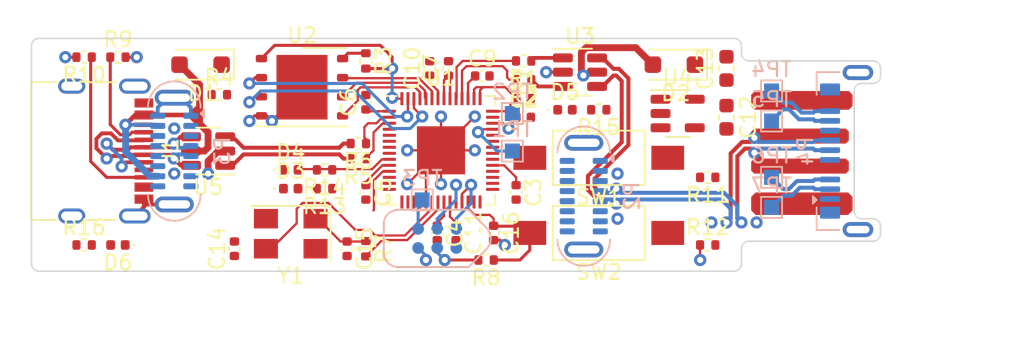
<source format=kicad_pcb>
(kicad_pcb (version 20221018) (generator pcbnew)
  (title_block (comment 2 "USB traces diff pair 90 Ohm: 10.49mil trace, 7.0mil space") (comment 3 "To be made on JLC04161H-7628 - 4 layers, 8.28mil L1/L2 and L3/L4 thickness"))
  (layers (0 "F.Cu" signal) (1 "In1.Cu" signal) (2 "In2.Cu" signal) (31 "B.Cu" signal) (34 "B.Paste" user) (35 "F.Paste" user) (36 "B.SilkS" user "B.Silkscreen") (37 "F.SilkS" user "F.Silkscreen") (38 "B.Mask" user) (39 "F.Mask" user) (44 "Edge.Cuts" user))
  (net 0 "")
  (net 1 "+3V3")
  (net 2 "GND")
  (net 3 "VDD")
  (net 4 "/U1_XIN")
  (net 5 "/U1_XOUT_R")
  (net 6 "VBUS")
  (net 7 "/VBUS1")
  (net 8 "/VBUS0")
  (net 9 "/J1_CC1")
  (net 10 "/USB0_R_P")
  (net 11 "/USB0_R_N")
  (net 14 "/USB1_P")
  (net 15 "/USB1_N")
  (net 17 "/USB0_SSTX1_P")
  (net 18 "/USB0_SSTX1_N")
  (net 19 "/USB1_R_P")
  (net 20 "/USB1_R_N")
  (net 21 "/USB0_SSRX1_P")
  (net 22 "/USB0_P")
  (net 23 "/USB0_N")
  (net 24 "/U1_EEPROM_SS_L")
  (net 25 "/U1_BOOT")
  (net 27 "/J2_CC2")
  (net 28 "/U1_XOUT")
  (net 30 "/SWD_CLK")
  (net 31 "/SWD")
  (net 32 "/USB0_SSRX1_N")
  (net 45 "/U1_RUN")
  (net 57 "/SWD_RST")
  (net 58 "/SWD_OUT")
  (net 60 "/U1_EEPROM_SD3")
  (net 61 "/U1_EEPROM_SCLK")
  (net 62 "/U1_EEPROM_SD0")
  (net 63 "Net-(U1-QSPI_SD2)")
  (net 64 "/U1_EEPROM_SD1")
  (net 65 "Net-(P2-CC)")
  (net 66 "/P4_CC")
  (net 67 "/ADC1")
  (net 68 "/ADC2")
  (net 74 "Net-(D3-A)")
  (net 75 "Net-(D4-A)")
  (net 76 "/LED_GPIO8")
  (net 77 "/LED_GPIO7")
  (net 78 "Net-(D5-A)")
  (net 79 "Net-(D6-A)")
  (net 80 "/USB1_D_N")
  (net 81 "/USB1_D_P")
  (net 82 "/USB0_D_N")
  (net 83 "/USB0_D_P")
  (footprint "Diode_SMD:D_SOD-123F" (layer "F.Cu") (at 135.5 101.75 180)
    (fp_text reference "D1")
    (fp_text value "RF071M2STR")
  )
  (footprint "LED_SMD:LED_0402_1005Metric" (layer "F.Cu") (at 159.75 104.75)
    (fp_text reference "D5")
    (fp_text value "Green")
  )
  (footprint "Crystal:Crystal_SMD_5032-4Pin_5.0x3.2mm" (layer "F.Cu") (at 141.5 113 180)
    (fp_text reference "Y1")
    (fp_text value "12MHz")
  )
  (footprint "Package_DFN_QFN:QFN-56-1EP_7x7mm_P0.4mm_EP3.2x3.2mm" (layer "F.Cu") (at 151.5 107.45)
    (fp_text reference "U1")
    (fp_text value "RP2040")
  )
  (footprint "Resistor_SMD:R_0402_1005Metric" (layer "F.Cu") (at 157 101.5 180)
    (fp_text reference "R1")
    (fp_text value "27")
  )
  (footprint "LED_SMD:LED_0402_1005Metric" (layer "F.Cu") (at 141.5 110)
    (fp_text reference "D3")
    (fp_text value "Orange")
  )
  (footprint "Resistor_SMD:R_0402_1005Metric" (layer "F.Cu") (at 143.75 108.75 180)
    (fp_text reference "R14")
    (fp_text value "5.1k")
  )
  (footprint "Capacitor_SMD:C_0402_1005Metric" (layer "F.Cu") (at 145.25 114 -90)
    (fp_text reference "C15")
    (fp_text value "16pF")
  )
  (footprint "Resistor_SMD:R_0402_1005Metric" (layer "F.Cu") (at 154.5 114.75 180)
    (fp_text reference "R8")
    (fp_text value "1k")
  )
  (footprint "Resistor_SMD:R_0402_1005Metric" (layer "F.Cu") (at 169.25 113.75)
    (fp_text reference "R12")
    (fp_text value "5.1k")
  )
  (footprint "Resistor_SMD:R_0402_1005Metric" (layer "F.Cu") (at 127.75 101.25 180)
    (fp_text reference "R10")
    (fp_text value "5.1k")
  )
  (footprint "Resistor_SMD:R_0402_1005Metric" (layer "F.Cu") (at 169.25 109.25 180)
    (fp_text reference "R11")
    (fp_text value "5.1k")
  )
  (footprint "Capacitor_SMD:C_0402_1005Metric" (layer "F.Cu") (at 137.75 114 90)
    (fp_text reference "C14")
    (fp_text value "16pF")
  )
  (footprint "Capacitor_SMD:C_0402_1005Metric" (layer "F.Cu") (at 157 104)
    (fp_text reference "C1")
    (fp_text value "1uF")
  )
  (footprint "Connector_USB:USB_C_Receptacle_G-Switch_GT-USB-7010ASV" (layer "F.Cu") (at 128 107.5 -90)
    (fp_text reference "J1")
    (fp_text value "USB_C_Receptacle_USB2.0")
  )
  (footprint "Resistor_SMD:R_0402_1005Metric" (layer "F.Cu") (at 146.5 101.5 -90)
    (fp_text reference "R3")
    (fp_text value "1k")
  )
  (footprint "Capacitor_SMD:C_0402_1005Metric" (layer "F.Cu") (at 157 105.25)
    (fp_text reference "C2")
    (fp_text value "0.1uF")
  )
  (footprint "Resistor_SMD:R_0402_1005Metric" (layer "F.Cu") (at 162 104.75 180)
    (fp_text reference "R15")
    (fp_text value "5.1k")
  )
  (footprint "Button_Switch_SMD:SW_SPST_FSMSM" (layer "F.Cu") (at 162 112.95 180)
    (fp_text reference "SW2")
    (fp_text value "RST")
  )
  (footprint "Capacitor_SMD:C_0402_1005Metric" (layer "F.Cu") (at 146.5 110.25 -90)
    (fp_text reference "C5")
    (fp_text value "0.1uF")
  )
  (footprint "Capacitor_SMD:C_0402_1005Metric" (layer "F.Cu") (at 155 112.95 -90)
    (fp_text reference "C16")
    (fp_text value "0.1uF")
  )
  (footprint "Capacitor_SMD:C_0402_1005Metric" (layer "F.Cu") (at 156.5 110.25 -90)
    (fp_text reference "C3")
    (fp_text value "0.1uF")
  )
  (footprint "Resistor_SMD:R_0402_1005Metric" (layer "F.Cu") (at 146.5 114 -90)
    (fp_text reference "R7")
    (fp_text value "7.2k")
  )
  (footprint "Resistor_SMD:R_0402_1005Metric" (layer "F.Cu") (at 130 101.25)
    (fp_text reference "R9")
    (fp_text value "5.1k")
  )
  (footprint "Capacitor_SMD:C_0402_1005Metric" (layer "F.Cu") (at 154.25 102.5)
    (fp_text reference "C9")
    (fp_text value "1uF")
  )
  (footprint "Package_TO_SOT_SMD:SOT-23-6" (layer "F.Cu") (at 160.75 102.25)
    (fp_text reference "U3")
    (fp_text value "WE-TVS-82400102")
  )
  (footprint "Package_TO_SOT_SMD:SOT-23-5" (layer "F.Cu") (at 167.25 105)
    (fp_text reference "U4")
    (fp_text value "AP7366-33W5-7")
  )
  (footprint "Package_SON:WSON-8-1EP_6x5mm_P1.27mm_EP3.4x4.3mm" (layer "F.Cu") (at 142.25 103.25)
    (fp_text reference "U2")
    (fp_text value "W25Q128JVPIQ")
  )
  (footprint "Resistor_SMD:R_0402_1005Metric" (layer "F.Cu") (at 136.75 103.75)
    (fp_text reference "R4")
    (fp_text value "10k")
  )
  (footprint "uart-friend2-usb-special:USB_A_Plug_PCB_Shorter_Pads" (layer "F.Cu") (at 175.69188 107.50242 180)
    (fp_text reference "P1" hide)
    (fp_text value "USB_A_Plug_PCB" hide)
  )
  (footprint "Capacitor_SMD:C_0603_1608Metric" (layer "F.Cu") (at 170.5 105.25 -90)
    (fp_text reference "C12")
    (fp_text value "2.2uF")
  )
  (footprint "LED_SMD:LED_0402_1005Metric" (layer "F.Cu") (at 130 113.75 180)
    (fp_text reference "D6")
    (fp_text value "Green")
  )
  (footprint "Resistor_SMD:R_0402_1005Metric" (layer "F.Cu") (at 157 102.75 180)
    (fp_text reference "R2")
    (fp_text value "27")
  )
  (footprint "Resistor_SMD:R_0402_1005Metric" (layer "F.Cu") (at 143.75 110 180)
    (fp_text reference "R13")
    (fp_text value "5.1k")
  )
  (footprint "Button_Switch_SMD:SW_SPST_FSMSM" (layer "F.Cu") (at 162 107.95 180)
    (fp_text reference "SW1")
    (fp_text value "BOOT")
  )
  (footprint "Package_TO_SOT_SMD:SOT-23-6" (layer "F.Cu") (at 136 107.5 180)
    (fp_text reference "U5")
    (fp_text value "WE-TVS-82400102")
  )
  (footprint "Capacitor_SMD:C_0402_1005Metric" (layer "F.Cu") (at 151.25 112.95 -90)
    (fp_text reference "C4")
    (fp_text value "0.1uF")
  )
  (footprint "Capacitor_SMD:C_0402_1005Metric" (layer "F.Cu") (at 152 102 90)
    (fp_text reference "C7")
    (fp_text value "0.1uF")
  )
  (footprint "Capacitor_SMD:C_0402_1005Metric" (layer "F.Cu") (at 150.75 102 90)
    (fp_text reference "C10")
    (fp_text value "0.1uF")
  )
  (footprint "LED_SMD:LED_0402_1005Metric" (layer "F.Cu") (at 141.5 108.75)
    (fp_text reference "D4")
    (fp_text value "Orange")
  )
  (footprint "Resistor_SMD:R_0402_1005Metric" (layer "F.Cu") (at 146 107 180)
    (fp_text reference "R6")
    (fp_text value "22")
  )
  (footprint "Capacitor_SMD:C_0603_1608Metric" (layer "F.Cu") (at 170.5 102 90)
    (fp_text reference "C13")
    (fp_text value "2.2uF")
  )
  (footprint "Capacitor_SMD:C_0402_1005Metric" (layer "F.Cu") (at 152.5 112.95 -90)
    (fp_text reference "C11")
    (fp_text value "0.1uF")
  )
  (footprint "Diode_SMD:D_SOD-123F" (layer "F.Cu") (at 167 101.75 180)
    (fp_text reference "D2")
    (fp_text value "RF071M2STR")
  )
  (footprint "Resistor_SMD:R_0402_1005Metric" (layer "F.Cu") (at 127.75 113.75)
    (fp_text reference "R16")
    (fp_text value "5.1k")
  )
  (footprint "Resistor_SMD:R_0402_1005Metric" (layer "F.Cu") (at 146 108 180)
    (fp_text reference "R5")
    (fp_text value "22")
  )
  (footprint "Capacitor_SMD:C_0402_1005Metric" (layer "F.Cu") (at 146.5 104.25 90)
    (fp_text reference "C6")
    (fp_text value "0.1uF")
  )
  (footprint "TestPoint:TestPoint_Pad_1.0x1.0mm" (layer "B.Cu") (at 173.5 109.25 180)
    (fp_text reference "TP6")
    (fp_text value "TestPoint")
  )
  (footprint "TestPoint:TestPoint_Pad_1.0x1.0mm" (layer "B.Cu") (at 173.5 103.5 180)
    (fp_text reference "TP4")
    (fp_text value "TestPoint")
  )
  (footprint "uart-friend2-usb-special:USB_C_Plug_YIYUAN_YTC-TC16S-128_16P_Vertical" (layer "B.Cu") (at 161 110.5 90)
    (fp_text reference "P2")
    (fp_text value "USB_C_Plug_USB2.0_16P")
  )
  (footprint "TestPoint:TestPoint_Pad_1.0x1.0mm" (layer "B.Cu") (at 156.25 107.5 180)
    (fp_text reference "TP1")
    (fp_text value "TestPoint")
  )
  (footprint "TestPoint:TestPoint_Pad_1.0x1.0mm" (layer "B.Cu") (at 173.5 111.25 180)
    (fp_text reference "TP7")
    (fp_text value "TestPoint")
  )
  (footprint "uart-friend2-usb-special:USB_C_Plug_YIYUAN_YTC-TC16S-128_16P_Vertical" (layer "B.Cu") (at 133.75 107.5 90)
    (fp_text reference "P3")
    (fp_text value "USB_C_Plug_USB2.0_16P")
  )
  (footprint "TestPoint:TestPoint_Pad_1.0x1.0mm" (layer "B.Cu") (at 150.25 110.75 180)
    (fp_text reference "TP3")
    (fp_text value "TestPoint")
  )
  (footprint "TestPoint:TestPoint_Pad_1.0x1.0mm" (layer "B.Cu") (at 156.25 105 180)
    (fp_text reference "TP2")
    (fp_text value "TestPoint")
  )
  (footprint "uart-friend2-usb-special:TC2030-NL_SMALL" (layer "B.Cu") (at 151.25 113.315 180)
    (fp_text reference "J2" hide)
    (fp_text value "Conn_02x03_Odd_Even" hide)
  )
  (footprint "TestPoint:TestPoint_Pad_1.0x1.0mm" (layer "B.Cu") (at 173.5 105.5 180)
    (fp_text reference "TP5")
    (fp_text value "TestPoint")
  )
  (footprint "uart-friend2-usb-special:USB_C_Plug_G-Switch_GT-USB-8016A_9P_TopMnt_Horizontal" (layer "B.Cu") (at 179.25 107.5 -90)
    (fp_text reference "P4")
    (fp_text value "USB_C_Plug_USB3.0_9P")
  )
  (gr_arc (start 124.25 100.5) (mid 124.396447 100.146447) (end 124.75 100) (stroke (width 0.1)) (layer "Edge.Cuts"))
  (gr_line (start 180.25 101.5) (end 172 101.5) (stroke (width 0.1)) (layer "Edge.Cuts"))
  (gr_line (start 179.5 112) (end 180.25 112) (stroke (width 0.1)) (layer "Edge.Cuts"))
  (gr_line (start 171 115.5) (end 124.75 115.5) (stroke (width 0.1)) (layer "Edge.Cuts"))
  (gr_line (start 171.5 100.5) (end 171.5 101) (stroke (width 0.1)) (layer "Edge.Cuts"))
  (gr_line (start 124.75 100) (end 171 100) (stroke (width 0.1)) (layer "Edge.Cuts"))
  (gr_arc (start 180.75 113) (mid 180.603553 113.353553) (end 180.25 113.5) (stroke (width 0.1)) (layer "Edge.Cuts"))
  (gr_line (start 124.25 115) (end 124.25 100.5) (stroke (width 0.1)) (layer "Edge.Cuts"))
  (gr_arc (start 179 103.5) (mid 179.146447 103.146447) (end 179.5 103) (stroke (width 0.1)) (layer "Edge.Cuts"))
  (gr_arc (start 171 100) (mid 171.353553 100.146447) (end 171.5 100.5) (stroke (width 0.1)) (layer "Edge.Cuts"))
  (gr_line (start 179 103.5) (end 179 111.5) (stroke (width 0.1)) (layer "Edge.Cuts"))
  (gr_arc (start 172 101.5) (mid 171.646447 101.353553) (end 171.5 101) (stroke (width 0.1)) (layer "Edge.Cuts"))
  (gr_line (start 180.75 112.5) (end 180.75 113) (stroke (width 0.1)) (layer "Edge.Cuts"))
  (gr_arc (start 179.5 112) (mid 179.146447 111.853553) (end 179 111.5) (stroke (width 0.1)) (layer "Edge.Cuts"))
  (gr_line (start 179.5 103) (end 180.25 103) (stroke (width 0.1)) (layer "Edge.Cuts"))
  (gr_line (start 180.25 113.5) (end 172 113.5) (stroke (width 0.1)) (layer "Edge.Cuts"))
  (gr_arc (start 124.75 115.5) (mid 124.396447 115.353553) (end 124.25 115) (stroke (width 0.1)) (layer "Edge.Cuts"))
  (gr_arc (start 180.25 101.5) (mid 180.603553 101.646447) (end 180.75 102) (stroke (width 0.1)) (layer "Edge.Cuts"))
  (gr_arc (start 180.25 112) (mid 180.603553 112.146447) (end 180.75 112.5) (stroke (width 0.1)) (layer "Edge.Cuts"))
  (gr_arc (start 171.5 115) (mid 171.353553 115.353553) (end 171 115.5) (stroke (width 0.1)) (layer "Edge.Cuts"))
  (gr_arc (start 171.5 114) (mid 171.646447 113.646447) (end 172 113.5) (stroke (width 0.1)) (layer "Edge.Cuts"))
  (gr_line (start 180.75 102.5) (end 180.75 102) (stroke (width 0.1)) (layer "Edge.Cuts"))
  (gr_line (start 171.5 115) (end 171.5 114) (stroke (width 0.1)) (layer "Edge.Cuts"))
  (gr_arc (start 180.75 102.5) (mid 180.603553 102.853553) (end 180.25 103) (stroke (width 0.1)) (layer "Edge.Cuts"))
  (segment (start 154.1 104.0125) (end 154.1 103.45) (width 0.1524) (layer "F.Cu") (net 1))
  (segment (start 151.7 102.78) (end 152 102.48) (width 0.1524) (layer "F.Cu") (net 1))
  (segment (start 153.7 104.0125) (end 153.7 103.4) (width 0.1524) (layer "F.Cu") (net 1))
  (segment (start 147.60136 108.45) (end 146.5 109.55136) (width 0.1524) (layer "F.Cu") (net 1))
  (segment (start 156.12 104.85) (end 156.12 104.4) (width 0.1524) (layer "F.Cu") (net 1))
  (segment (start 148.0625 104.85) (end 146.62 104.85) (width 0.1524) (layer "F.Cu") (net 1))
  (segment (start 151.7 111.82) (end 151.25 112.27) (width 0.1524) (layer "F.Cu") (net 1))
  (segment (start 156.12 104.85) (end 156.52 105.25) (width 0.1524) (layer "F.Cu") (net 1))
  (segment (start 146.5 109.55136) (end 146.5 109.77) (width 0.1524) (layer "F.Cu") (net 1))
  (segment (start 154.9375 104.85) (end 156.12 104.85) (width 0.1524) (layer "F.Cu") (net 1))
  (segment (start 154.35 103.25) (end 155.77 103.25) (width 0.1524) (layer "F.Cu") (net 1))
  (segment (start 155.7 108.45) (end 156.5 109.25) (width 0.1524) (layer "F.Cu") (net 1))
  (segment (start 152.1 104.0125) (end 152.1 102.58) (width 0.1524) (layer "F.Cu") (net 1))
  (segment (start 154.1 103.45) (end 154.3 103.25) (width 0.1524) (layer "F.Cu") (net 1))
  (segment (start 145.305 100.99) (end 144.95 101.345) (width 0.2032) (layer "F.Cu") (net 1))
  (segment (start 154.3 103.25) (end 154.35 103.25) (width 0.1524) (layer "F.Cu") (net 1))
  (segment (start 152.1 102.58) (end 152 102.48) (width 0.1524) (layer "F.Cu") (net 1))
  (segment (start 153.85 103.25) (end 154.35 103.25) (width 0.1524) (layer "F.Cu") (net 1))
  (segment (start 156.5 109.25) (end 156.5 109.77) (width 0.1524) (layer "F.Cu") (net 1))
  (segment (start 151.7 110.8875) (end 151.7 111.82) (width 0.1524) (layer "F.Cu") (net 1))
  (segment (start 153.7 103.4) (end 153.85 103.25) (width 0.1524) (layer "F.Cu") (net 1))
  (segment (start 151.7 104.0125) (end 151.7 102.78) (width 0.1524) (layer "F.Cu") (net 1))
  (segment (start 148.0625 108.45) (end 147.60136 108.45) (width 0.1524) (layer "F.Cu") (net 1))
  (segment (start 146.62 104.85) (end 146.5 104.73) (width 0.1524) (layer "F.Cu") (net 1))
  (segment (start 146.5 100.99) (end 145.305 100.99) (width 0.2032) (layer "F.Cu") (net 1))
  (segment (start 155.77 103.25) (end 156.52 104) (width 0.1524) (layer "F.Cu") (net 1))
  (segment (start 154.9375 108.45) (end 155.7 108.45) (width 0.1524) (layer "F.Cu") (net 1))
  (segment (start 156.12 104.4) (end 156.52 104) (width 0.1524) (layer "F.Cu") (net 1))
  (segment (start 133.75 111.05) (end 132.075 111.05) (width 0.254) (layer "F.Cu") (net 2))
  (segment (start 131.895 111.05) (end 131.725 111.22) (width 0.254) (layer "F.Cu") (net 2))
  (segment (start 150.5 110.8875) (end 150.5 108.45) (width 0.1524) (layer "F.Cu") (net 2))
  (segment (start 140.75 105) (end 140.25 105.5) (width 0.2032) (layer "F.Cu") (net 2))
  (segment (start 142.25 103.25) (end 140.75 104.75) (width 0.2032) (layer "F.Cu") (net 2))
  (segment (start 150.5 108.45) (end 151.5 107.45) (width 0.1524) (layer "F.Cu") (net 2))
  (segment (start 151.5 107.45) (end 149.25 109.7) (width 0.1524) (layer "F.Cu") (net 2))
  (segment (start 137.1375 107.5) (end 136.674053 107.5) (width 0.4572) (layer "F.Cu") (net 2))
  (segment (start 127.24 101.25) (end 126.5 101.25) (width 0.2032) (layer "F.Cu") (net 2))
  (segment (start 139.905 105.155) (end 140.25 105.5) (width 0.2032) (layer "F.Cu") (net 2))
  (segment (start 155.43 113.43) (end 155.75 113.75) (width 0.2032) (layer "F.Cu") (net 2))
  (segment (start 133.75 111.05) (end 131.895 111.05) (width 0.254) (layer "F.Cu") (net 2))
  (segment (start 151.5 107.45) (end 151.5 105.2) (width 0.1524) (layer "F.Cu") (net 2))
  (segment (start 136.674053 107.5) (end 136 108.174053) (width 0.4572) (layer "F.Cu") (net 2))
  (segment (start 139.55 105.155) (end 139.095 105.155) (width 0.2032) (layer "F.Cu") (net 2))
  (segment (start 159.6125 102.25) (end 158.5 102.25) (width 0.2032) (layer "F.Cu") (net 2))
  (segment (start 131.725 111.22) (end 131.125 111.82) (width 0.254) (layer "F.Cu") (net 2))
  (segment (start 155 113.43) (end 155.43 113.43) (width 0.2032) (layer "F.Cu") (net 2))
  (segment (start 151.5 107.45) (end 153.75 105.2) (width 0.1524) (layer "F.Cu") (net 2))
  (segment (start 132.075 103.2) (end 131.725 103.55) (width 0.254) (layer "F.Cu") (net 2))
  (segment (start 131.725 110.7) (end 131.725 111.22) (width 0.254) (layer "F.Cu") (net 2))
  (segment (start 140.75 104.75) (end 140.75 105) (width 0.2032) (layer "F.Cu") (net 2))
  (segment (start 139.55 105.155) (end 139.905 105.155) (width 0.2032) (layer "F.Cu") (net 2))
  (segment (start 130.51 101.25) (end 131.25 101.25) (width 0.2032) (layer "F.Cu") (net 2))
  (segment (start 151.5 107.45) (end 149.25 107.45) (width 0.1524) (layer "F.Cu") (net 2))
  (segment (start 140.25 105.5) (end 140.25 105.25) (width 0.2032) (layer "F.Cu") (net 2))
  (segment (start 151.5 107.45) (end 153.75 107.45) (width 0.1524) (layer "F.Cu") (net 2))
  (segment (start 132.075 111.05) (end 131.725 110.7) (width 0.254) (layer "F.Cu") (net 2))
  (segment (start 131.895 103.2) (end 131.725 103.03) (width 0.254) (layer "F.Cu") (net 2))
  (segment (start 131.725 103.55) (end 131.725 103.03) (width 0.254) (layer "F.Cu") (net 2))
  (segment (start 136 108.174053) (end 136 109) (width 0.4572) (layer "F.Cu") (net 2))
  (segment (start 139.095 105.155) (end 138.75 105.5) (width 0.2032) (layer "F.Cu") (net 2))
  (segment (start 151.5 107.45) (end 151.5 109.7) (width 0.1524) (layer "F.Cu") (net 2))
  (segment (start 168.74 113.75) (end 168.74 114.74) (width 0.1524) (layer "F.Cu") (net 2))
  (segment (start 168.74 114.74) (end 168.75 114.75) (width 0.1524) (layer "F.Cu") (net 2))
  (via (at 133.75 106) (size 0.8128) (drill 0.4064) (layers "F.Cu" "B.Cu") (net 2))
  (via (at 168.75 114.75) (size 0.8128) (drill 0.4064) (layers "F.Cu" "B.Cu") (net 2))
  (via (at 155.75 113.75) (size 0.8128) (drill 0.4064) (layers "F.Cu" "B.Cu") (net 2))
  (via (at 151.5 109.7) (size 0.8128) (drill 0.4064) (layers "F.Cu" "B.Cu") (net 2))
  (via (at 158.5 102.25) (size 0.8128) (drill 0.4064) (layers "F.Cu" "B.Cu") (net 2))
  (via (at 169.5 112.25) (size 0.8128) (drill 0.4064) (layers "F.Cu" "B.Cu") (net 2))
  (via (at 149.25 107.45) (size 0.8128) (drill 0.4064) (layers "F.Cu" "B.Cu") (net 2))
  (via (at 140.25 105.5) (size 0.8128) (drill 0.4064) (layers "F.Cu" "B.Cu") (net 2))
  (via (at 131.25 101.25) (size 0.8128) (drill 0.4064) (layers "F.Cu" "B.Cu") (net 2))
  (via (at 153.75 105.2) (size 0.8128) (drill 0.4064) (layers "F.Cu" "B.Cu") (net 2))
  (via (at 136 109) (size 0.8128) (drill 0.4064) (layers "F.Cu" "B.Cu") (net 2))
  (via (at 150.5 114.75) (size 0.8128) (drill 0.4064) (layers "F.Cu" "B.Cu") (net 2))
  (via (at 138.75 105.5) (size 0.8128) (drill 0.4064) (layers "F.Cu" "B.Cu") (net 2))
  (via (at 153.75 107.45) (size 0.8128) (drill 0.4064) (layers "F.Cu" "B.Cu") (net 2))
  (via (at 163.25 109) (size 0.8128) (drill 0.4064) (layers "F.Cu" "B.Cu") (net 2))
  (via (at 172.5 112.25) (size 0.8128) (drill 0.4064) (layers "F.Cu" "B.Cu") (net 2))
  (via (at 149.25 109.7) (size 0.8128) (drill 0.4064) (layers "F.Cu" "B.Cu") (net 2))
  (via (at 151.5 105.2) (size 0.8128) (drill 0.4064) (layers "F.Cu" "B.Cu") (net 2))
  (via (at 126.5 101.25) (size 0.8128) (drill 0.4064) (layers "F.Cu" "B.Cu") (net 2))
  (via (at 163.25 112) (size 0.8128) (drill 0.4064) (layers "F.Cu" "B.Cu") (net 2))
  (via (at 133.75 109) (size 0.8128) (drill 0.4064) (layers "F.Cu" "B.Cu") (net 2))
  (segment (start 133.75 103.95) (end 133.3 103.95) (width 0.254) (layer "B.Cu") (net 2))
  (segment (start 150.5 114.75) (end 150.5 114.47) (width 0.2032) (layer "B.Cu") (net 2))
  (segment (start 133.3 103.95) (end 132.65 104.6) (width 0.254) (layer "B.Cu") (net 2))
  (segment (start 134.2 103.95) (end 134.85 104.6) (width 0.254) (layer "B.Cu") (net 2))
  (segment (start 134.85 104.6) (end 134.85 105.155) (width 0.254) (layer "B.Cu") (net 2))
  (segment (start 150.5 114.47) (end 149.98 113.95) (width 0.2032) (layer "B.Cu") (net 2))
  (segment (start 132.65 104.6) (end 132.65 105.155) (width 0.254) (layer "B.Cu") (net 2))
  (segment (start 133.75 103.95) (end 134.2 103.95) (width 0.254) (layer "B.Cu") (net 2))
  (segment (start 153.3 102.97) (end 153.77 102.5) (width 0.1524) (layer "F.Cu") (net 3))
  (segment (start 152.1 110.8875) (end 152.1 111.87) (width 0.1524) (layer "F.Cu") (net 3))
  (segment (start 153.3 104.0125) (end 153.3 102.97) (width 0.1524) (layer "F.Cu") (net 3))
  (segment (start 150.75 102.93855) (end 150.75 102.48) (width 0.1524) (layer "F.Cu") (net 3))
  (segment (start 151.3 103.48855) (end 150.75 102.93855) (width 0.1524) (layer "F.Cu") (net 3))
  (segment (start 151.3 104.0125) (end 151.3 103.48855) (width 0.1524) (layer "F.Cu") (net 3))
  (segment (start 152.1 111.87) (end 152.5 112.27) (width 0.1524) (layer "F.Cu") (net 3))
  (segment (start 150.9 111.319) (end 149.10104 113.11796) (width 0.1524) (layer "F.Cu") (net 4))
  (segment (start 145.8 112.75) (end 144 110.95) (width 0.1524) (layer "F.Cu") (net 4))
  (segment (start 141.8964 112.3036) (end 140.2 114) (width 0.1524) (layer "F.Cu") (net 4))
  (segment (start 147.11796 113.11796) (end 146.75 112.75) (width 0.1524) (layer "F.Cu") (net 4))
  (segment (start 146.75 112.75) (end 145.8 112.75) (width 0.1524) (layer "F.Cu") (net 4))
  (segment (start 140.2 114) (end 139.85 114) (width 0.1524) (layer "F.Cu") (net 4))
  (segment (start 150.9 110.8875) (end 150.9 111.319) (width 0.1524) (layer "F.Cu") (net 4))
  (segment (start 141.8964 111.3464) (end 141.8964 112.3036) (width 0.1524) (layer "F.Cu") (net 4))
  (segment (start 144 110.95) (end 142.2928 110.95) (width 0.1524) (layer "F.Cu") (net 4))
  (segment (start 142.2928 110.95) (end 141.8964 111.3464) (width 0.1524) (layer "F.Cu") (net 4))
  (segment (start 149.10104 113.11796) (end 147.11796 113.11796) (width 0.1524) (layer "F.Cu") (net 4))
  (segment (start 143.15 112) (end 143.3 112) (width 0.1524) (layer "F.Cu") (net 5))
  (segment (start 145.25 113.52) (end 146.47 113.52) (width 0.1524) (layer "F.Cu") (net 5))
  (segment (start 146.47 113.52) (end 146.5 113.49) (width 0.1524) (layer "F.Cu") (net 5))
  (segment (start 144.82 113.52) (end 145.25 113.52) (width 0.1524) (layer "F.Cu") (net 5))
  (segment (start 143.3 112) (end 144.82 113.52) (width 0.1524) (layer "F.Cu") (net 5))
  (segment (start 135.5 105.75) (end 135.125 105.375) (width 0.4572) (layer "F.Cu") (net 7))
  (segment (start 134.8625 107.5) (end 135.75 107.5) (width 0.4572) (layer "F.Cu") (net 7))
  (segment (start 136 107.25) (end 136 106.25) (width 0.4572) (layer "F.Cu") (net 7))
  (segment (start 135.431 103.081) (end 135.431 104.569) (width 0.4572) (layer "F.Cu") (net 7))
  (segment (start 135.125 105.375) (end 134.875 105.125) (width 0.4572) (layer "F.Cu") (net 7))
  (segment (start 135.431 105.681) (end 135.431 104.569) (width 0.4572) (layer "F.Cu") (net 7))
  (segment (start 132.607 105.1) (end 131.725 105.1) (width 0.4572) (layer "F.Cu") (net 7))
  (segment (start 131.15 105.1) (end 131.725 105.1) (width 0.3048) (layer "F.Cu") (net 7))
  (segment (start 131.725 105.1) (end 134.85 105.1) (width 0.3048) (layer "F.Cu") (net 7))
  (segment (start 134.85 105.1) (end 134.875 105.125) (width 0.3048) (layer "F.Cu") (net 7))
  (segment (start 134.1 101.75) (end 135.431 103.081) (width 0.4572) (layer "F.Cu") (net 7))
  (segment (start 135.431 104.569) (end 134.875 105.125) (width 0.4572) (layer "F.Cu") (net 7))
  (segment (start 135.75 107.5) (end 136 107.25) (width 0.4572) (layer "F.Cu") (net 7))
  (segment (start 130.5 105.75) (end 131.15 105.1) (width 0.3048) (layer "F.Cu") (net 7))
  (segment (start 136 106.25) (end 135.5 105.75) (width 0.4572) (layer "F.Cu") (net 7))
  (segment (start 135.5 105.75) (end 135.431 105.681) (width 0.4572) (layer "F.Cu") (net 7))
  (via (at 130.5 105.75) (size 0.8128) (drill 0.4064) (layers "F.Cu" "B.Cu") (net 7))
  (segment (start 132.65 109.175) (end 132.139763 109.175) (width 0.4572) (layer "B.Cu") (net 7))
  (segment (start 132.575 105.75) (end 132.65 105.825) (width 0.254) (layer "B.Cu") (net 7))
  (segment (start 132.139763 109.175) (end 130.513851 107.549088) (width 0.4572) (layer "B.Cu") (net 7))
  (segment (start 130.513851 107.549088) (end 130.513851 105.763851) (width 0.4572) (layer "B.Cu") (net 7))
  (segment (start 130.513851 105.763851) (end 130.5 105.75) (width 0.4572) (layer "B.Cu") (net 7))
  (segment (start 130.5 105.75) (end 132.575 105.75) (width 0.254) (layer "B.Cu") (net 7))
  (segment (start 165.6 101.75) (end 164.469 100.619) (width 0.4572) (layer "F.Cu") (net 8))
  (segment (start 161.190771 102.25) (end 160.975988 102.464783) (width 0.2032) (layer "F.Cu") (net 8))
  (segment (start 160.844 100.930053) (end 160.844 102.332795) (width 0.4572) (layer "F.Cu") (net 8))
  (segment (start 160.844 102.332795) (end 160.975988 102.464783) (width 0.4572) (layer "F.Cu") (net 8))
  (segment (start 161.8875 102.25) (end 161.190771 102.25) (width 0.2032) (layer "F.Cu") (net 8))
  (segment (start 160.975988 102.464783) (end 160.971 102.459795) (width 0.2032) (layer "F.Cu") (net 8))
  (segment (start 164.469 100.619) (end 161.155053 100.619) (width 0.4572) (layer "F.Cu") (net 8))
  (segment (start 161.155053 100.619) (end 160.844 100.930053) (width 0.4572) (layer "F.Cu") (net 8))
  (via (at 160.975988 102.464783) (size 0.8128) (drill 0.4064) (layers "F.Cu" "B.Cu") (net 8))
  (segment (start 131.725 106.25) (end 130.933947 106.25) (width 0.2032) (layer "F.Cu") (net 9))
  (segment (start 130.933947 106.25) (end 130.773547 106.4104) (width 0.2032) (layer "F.Cu") (net 9))
  (segment (start 130.773547 106.4104) (end 130.163678 106.4104) (width 0.2032) (layer "F.Cu") (net 9))
  (segment (start 129.49 105.736722) (end 129.49 101.25) (width 0.2032) (layer "F.Cu") (net 9))
  (segment (start 130.163678 106.4104) (end 129.49 105.736722) (width 0.2032) (layer "F.Cu") (net 9))
  (segment (start 157.71 101.3) (end 157.51 101.5) (width 0.254) (layer "F.Cu") (net 10))
  (segment (start 159.6125 101.3) (end 157.71 101.3) (width 0.254) (layer "F.Cu") (net 10))
  (segment (start 159.6125 103.2) (end 157.96 103.2) (width 0.254) (layer "F.Cu") (net 11))
  (segment (start 157.96 103.2) (end 157.51 102.75) (width 0.254) (layer "F.Cu") (net 11))
  (segment (start 146.51 107) (end 146.51 106.7) (width 0.1524) (layer "F.Cu") (net 14))
  (segment (start 148.0625 105.25) (end 147.600654 105.25) (width 0.1524) (layer "F.Cu") (net 14))
  (segment (start 146.799346 105.65) (end 146.65 105.65) (width 0.1524) (layer "F.Cu") (net 14))
  (segment (start 146.799673 105.650327) (end 146.799346 105.65) (width 0.1524) (layer "F.Cu") (net 14))
  (segment (start 146.4 105.9) (end 146.4 106.59) (width 0.1524) (layer "F.Cu") (net 14))
  (segment (start 147.200327 105.650327) (end 146.799673 105.650327) (width 0.1524) (layer "F.Cu") (net 14))
  (segment (start 147.600654 105.25) (end 147.200327 105.650327) (width 0.1524) (layer "F.Cu") (net 14))
  (segment (start 146.51 106.7) (end 146.4 106.59) (width 0.1524) (layer "F.Cu") (net 14))
  (segment (start 146.65 105.65) (end 146.4 105.9) (width 0.1524) (layer "F.Cu") (net 14))
  (segment (start 147.0086 107.4514) (end 146.51 107.95) (width 0.1524) (layer "F.Cu") (net 15))
  (segment (start 147.631 105.65) (end 147.0086 106.2724) (width 0.1524) (layer "F.Cu") (net 15))
  (segment (start 148.0625 105.65) (end 147.631 105.65) (width 0.1524) (layer "F.Cu") (net 15))
  (segment (start 147.0086 106.2724) (end 147.0086 107.4514) (width 0.1524) (layer "F.Cu") (net 15))
  (segment (start 176.384999 110.04) (end 177.39 110.04) (width 0.2667) (layer "B.Cu") (net 17))
  (segment (start 175.37706 109.93725) (end 176.282249 109.93725) (width 0.2667) (layer "B.Cu") (net 17))
  (segment (start 176.282249 109.93725) (end 176.384999 110.04) (width 0.2667) (layer "B.Cu") (net 17))
  (segment (start 174.27775 110.47225) (end 174.84206 110.47225) (width 0.2667) (layer "B.Cu") (net 17))
  (segment (start 174.84206 110.47225) (end 175.37706 109.93725) (width 0.2667) (layer "B.Cu") (net 17))
  (segment (start 173.5 111.25) (end 174.27775 110.47225) (width 0.2667) (layer "B.Cu") (net 17))
  (segment (start 173.5 109.25) (end 174.27775 110.02775) (width 0.2667) (layer "B.Cu") (net 18))
  (segment (start 176.384999 109.39) (end 177.39 109.39) (width 0.2667) (layer "B.Cu") (net 18))
  (segment (start 174.65794 110.02775) (end 175.19294 109.49275) (width 0.2667) (layer "B.Cu") (net 18))
  (segment (start 174.27775 110.02775) (end 174.65794 110.02775) (width 0.2667) (layer "B.Cu") (net 18))
  (segment (start 176.282249 109.49275) (end 176.384999 109.39) (width 0.2667) (layer "B.Cu") (net 18))
  (segment (start 175.19294 109.49275) (end 176.282249 109.49275) (width 0.2667) (layer "B.Cu") (net 18))
  (segment (start 137.631251 106.55) (end 136.6375 106.55) (width 0.2667) (layer "F.Cu") (net 19))
  (segment (start 145.009999 107) (end 144.732249 107.27775) (width 0.2667) (layer "F.Cu") (net 19))
  (segment (start 145.49 107) (end 145.009999 107) (width 0.2667) (layer "F.Cu") (net 19))
  (segment (start 144.732249 107.27775) (end 138.359001 107.27775) (width 0.2667) (layer "F.Cu") (net 19))
  (segment (start 138.359001 107.27775) (end 137.631251 106.55) (width 0.2667) (layer "F.Cu") (net 19))
  (segment (start 145.009999 108) (end 144.732249 107.72225) (width 0.2667) (layer "F.Cu") (net 20))
  (segment (start 144.732249 107.72225) (end 138.359001 107.72225) (width 0.2667) (layer "F.Cu") (net 20))
  (segment (start 137.631251 108.45) (end 136.6375 108.45) (width 0.2667) (layer "F.Cu") (net 20))
  (segment (start 138.359001 107.72225) (end 137.631251 108.45) (width 0.2667) (layer "F.Cu") (net 20))
  (segment (start 145.49 108) (end 145.009999 108) (width 0.2667) (layer "F.Cu") (net 20))
  (segment (start 175.32294 105.38725) (end 176.282249 105.38725) (width 0.2667) (layer "B.Cu") (net 21))
  (segment (start 173.5 105.5) (end 174.27775 104.72225) (width 0.2667) (layer "B.Cu") (net 21))
  (segment (start 174.27775 104.72225) (end 174.65794 104.72225) (width 0.2667) (layer "B.Cu") (net 21))
  (segment (start 176.282249 105.38725) (end 176.384999 105.49) (width 0.2667) (layer "B.Cu") (net 21))
  (segment (start 176.384999 105.49) (end 177.39 105.49) (width 0.2667) (layer "B.Cu") (net 21))
  (segment (start 174.65794 104.72225) (end 175.32294 105.38725) (width 0.2667) (layer "B.Cu") (net 21))
  (segment (start 152.5386 101.9114) (end 152.95 101.5) (width 0.1524) (layer "F.Cu") (net 22))
  (segment (start 152.5386 103.9739) (end 152.5386 101.9114) (width 0.1524) (layer "F.Cu") (net 22))
  (segment (start 156.49 101.5) (end 152.95 101.5) (width 0.1524) (layer "F.Cu") (net 22))
  (segment (start 152.5 104.0125) (end 152.5386 103.9739) (width 0.1524) (layer "F.Cu") (net 22))
  (segment (start 156.05 102.75) (end 155.9 102.6) (width 0.1524) (layer "F.Cu") (net 23))
  (segment (start 155.9 102.15) (end 155.6 101.85) (width 0.1524) (layer "F.Cu") (net 23))
  (segment (start 155.9 102.6) (end 155.9 102.15) (width 0.1524) (layer "F.Cu") (net 23))
  (segment (start 156.49 102.75) (end 156.05 102.75) (width 0.1524) (layer "F.Cu") (net 23))
  (segment (start 155.6 101.85) (end 153.2 101.85) (width 0.1524) (layer "F.Cu") (net 23))
  (segment (start 153.2 101.85) (end 152.9 102.15) (width 0.1524) (layer "F.Cu") (net 23))
  (segment (start 152.9 102.15) (end 152.9 104.0125) (width 0.1524) (layer "F.Cu") (net 23))
  (segment (start 146.5 102.01) (end 148.24 102.01) (width 0.2032) (layer "F.Cu") (net 24))
  (segment (start 147.466 100.466) (end 148.25 101.25) (width 0.2032) (layer "F.Cu") (net 24))
  (segment (start 148.24 102.01) (end 148.25 102) (width 0.2032) (layer "F.Cu") (net 24))
  (segment (start 148.25 101.25) (end 148.25 102) (width 0.2032) (layer "F.Cu") (net 24))
  (segment (start 148.3125 104.0125) (end 148.25 103.95) (width 0.1524) (layer "F.Cu") (net 24))
  (segment (start 139.55 101.345) (end 140.429 100.466) (width 0.2032) (layer "F.Cu") (net 24))
  (segment (start 140.429 100.466) (end 147.466 100.466) (width 0.2032) (layer "F.Cu") (net 24))
  (segment (start 148.9 104.0125) (end 148.3125 104.0125) (width 0.1524) (layer "F.Cu") (net 24))
  (via (at 148.25 102) (size 0.8128) (drill 0.4064) (layers "F.Cu" "B.Cu") (net 24))
  (via (at 148.25 103.95) (size 0.8128) (drill 0.4064) (layers "F.Cu" "B.Cu") (net 24))
  (segment (start 148.25 102) (end 148.25 103.95) (width 0.2032) (layer "B.Cu") (net 24))
  (segment (start 131.725 109.25) (end 129.25 109.25) (width 0.2032) (layer "F.Cu") (net 27))
  (segment (start 129.25 109.25) (end 128.183699 108.183699) (width 0.2032) (layer "F.Cu") (net 27))
  (segment (start 128.183699 101.326301) (end 128.26 101.25) (width 0.2032) (layer "F.Cu") (net 27))
  (segment (start 128.183699 108.183699) (end 128.183699 101.326301) (width 0.2032) (layer "F.Cu") (net 27))
  (segment (start 147.587739 113.422261) (end 149.258085 113.422261) (width 0.1524) (layer "F.Cu") (net 28))
  (segment (start 146.5 114.51) (end 147.587739 113.422261) (width 0.1524) (layer "F.Cu") (net 28))
  (segment (start 149.258085 113.422261) (end 151.3 111.380346) (width 0.1524) (layer "F.Cu") (net 28))
  (segment (start 151.3 111.380346) (end 151.3 110.8875) (width 0.1524) (layer "F.Cu") (net 28))
  (segment (start 152.5 110.8875) (end 152.5 109.75) (width 0.1524) (layer "F.Cu") (net 30))
  (via (at 152.5 109.75) (size 0.8128) (drill 0.4064) (layers "F.Cu" "B.Cu") (net 30))
  (segment (start 151.25 112) (end 152.5 110.75) (width 0.2032) (layer "B.Cu") (net 30))
  (segment (start 151.25 112.68) (end 151.25 112) (width 0.2032) (layer "B.Cu") (net 30))
  (segment (start 152.5 110.75) (end 152.5 109.75) (width 0.2032) (layer "B.Cu") (net 30))
  (segment (start 152.9 110.8875) (end 152.9 110.35) (width 0.1524) (layer "F.Cu") (net 31))
  (segment (start 152.9 110.35) (end 153.5 109.75) (width 0.1524) (layer "F.Cu") (net 31))
  (via (at 153.5 109.75) (size 0.8128) (drill 0.4064) (layers "F.Cu" "B.Cu") (net 31))
  (segment (start 152.52 111.98) (end 153.5 111) (width 0.2032) (layer "B.Cu") (net 31))
  (segment (start 152.52 112.68) (end 152.52 111.98) (width 0.2032) (layer "B.Cu") (net 31))
  (segment (start 153.5 111) (end 153.5 109.75) (width 0.2032) (layer "B.Cu") (net 31))
  (segment (start 175.50706 104.94275) (end 176.282249 104.94275) (width 0.2667) (layer "B.Cu") (net 32))
  (segment (start 176.282249 104.94275) (end 176.384999 104.84) (width 0.2667) (layer "B.Cu") (net 32))
  (segment (start 176.384999 104.84) (end 177.39 104.84) (width 0.2667) (layer "B.Cu") (net 32))
  (segment (start 174.84206 104.27775) (end 175.50706 104.94275) (width 0.2667) (layer "B.Cu") (net 32))
  (segment (start 173.5 103.5) (end 174.27775 104.27775) (width 0.2667) (layer "B.Cu") (net 32))
  (segment (start 174.27775 104.27775) (end 174.84206 104.27775) (width 0.2667) (layer "B.Cu") (net 32))
  (segment (start 157.2 112.95) (end 156.75 112.5) (width 0.2032) (layer "F.Cu") (net 45))
  (segment (start 155.03 112.5) (end 155 112.47) (width 0.2032) (layer "F.Cu") (net 45))
  (segment (start 157.41 112.95) (end 157.2 112.95) (width 0.2032) (layer "F.Cu") (net 45))
  (segment (start 155.01 114.75) (end 156.75 114.75) (width 0.2032) (layer "F.Cu") (net 45))
  (segment (start 157.41 114.09) (end 157.41 112.95) (width 0.2032) (layer "F.Cu") (net 45))
  (segment (start 153.3 111.319) (end 153.731 111.75) (width 0.1524) (layer "F.Cu") (net 45))
  (segment (start 154.75 111.75) (end 155 112) (width 0.1524) (layer "F.Cu") (net 45))
  (segment (start 153.3 110.8875) (end 153.3 111.319) (width 0.1524) (layer "F.Cu") (net 45))
  (segment (start 155 112) (end 155 112.47) (width 0.1524) (layer "F.Cu") (net 45))
  (segment (start 156.75 112.5) (end 155.03 112.5) (width 0.2032) (layer "F.Cu") (net 45))
  (segment (start 153.731 111.75) (end 154.75 111.75) (width 0.1524) (layer "F.Cu") (net 45))
  (segment (start 156.75 114.75) (end 157.41 114.09) (width 0.2032) (layer "F.Cu") (net 45))
  (segment (start 151.75 114.75) (end 153.99 114.75) (width 0.2032) (layer "F.Cu") (net 57))
  (via (at 151.75 114.75) (size 0.8128) (drill 0.4064) (layers "F.Cu" "B.Cu") (net 57))
  (segment (start 151.25 114.25) (end 151.75 114.75) (width 0.2032) (layer "B.Cu") (net 57))
  (segment (start 151.25 113.95) (end 151.25 114.25) (width 0.2032) (layer "B.Cu") (net 57))
  (segment (start 149.98 112.68) (end 149.98 111.02) (width 0.2032) (layer "B.Cu") (net 58))
  (segment (start 149.98 111.02) (end 150.25 110.75) (width 0.2032) (layer "B.Cu") (net 58))
  (segment (start 150.9 104.0125) (end 150.9 103.519602) (width 0.1524) (layer "F.Cu") (net 60))
  (segment (start 144.985 102.65) (end 144.95 102.615) (width 0.1524) (layer "F.Cu") (net 60))
  (segment (start 150.030398 102.65) (end 144.985 102.65) (width 0.1524) (layer "F.Cu") (net 60))
  (segment (start 150.9 103.519602) (end 150.030398 102.65) (width 0.1524) (layer "F.Cu") (net 60))
  (segment (start 150.4286 103.9411) (end 150.5 104.0125) (width 0.1524) (layer "F.Cu") (net 61))
  (segment (start 150.4286 103.478548) (end 150.4286 103.9411) (width 0.1524) (layer "F.Cu") (net 61))
  (segment (start 149.906652 102.9566) (end 150.4286 103.478548) (width 0.1524) (layer "F.Cu") (net 61))
  (segment (start 145.8784 102.9566) (end 149.906652 102.9566) (width 0.1524) (layer "F.Cu") (net 61))
  (segment (start 144.95 103.885) (end 145.8784 102.9566) (width 0.1524) (layer "F.Cu") (net 61))
  (segment (start 145.9614 104.1436) (end 145.9614 103.4386) (width 0.1524) (layer "F.Cu") (net 62))
  (segment (start 144.95 105.155) (end 145.9614 104.1436) (width 0.1524) (layer "F.Cu") (net 62))
  (segment (start 149.7804 103.2614) (end 150.1 103.581) (width 0.1524) (layer "F.Cu") (net 62))
  (segment (start 150.1 103.581) (end 150.1 104.0125) (width 0.1524) (layer "F.Cu") (net 62))
  (segment (start 145.9614 103.4386) (end 146.1386 103.2614) (width 0.1524) (layer "F.Cu") (net 62))
  (segment (start 146.1386 103.2614) (end 149.7804 103.2614) (width 0.1524) (layer "F.Cu") (net 62))
  (segment (start 149.7 104.0125) (end 149.7 104.65) (width 0.1524) (layer "F.Cu") (net 63))
  (segment (start 139.55 103.885) (end 139.115 103.885) (width 0.2032) (layer "F.Cu") (net 63))
  (segment (start 139.115 103.885) (end 138.75 104.25) (width 0.2032) (layer "F.Cu") (net 63))
  (segment (start 149.7 104.65) (end 150.25 105.2) (width 0.1524) (layer "F.Cu") (net 63))
  (via (at 138.75 104.25) (size 0.8128) (drill 0.4064) (layers "F.Cu" "B.Cu") (net 63))
  (via (at 150.25 105.2) (size 0.8128) (drill 0.4064) (layers "F.Cu" "B.Cu") (net 63))
  (segment (start 145.75 103.5) (end 148.25 106) (width 0.2032) (layer "B.Cu") (net 63))
  (segment (start 138.75 104.25) (end 139.5 103.5) (width 0.2032) (layer "B.Cu") (net 63))
  (segment (start 139.5 103.5) (end 145.75 103.5) (width 0.2032) (layer "B.Cu") (net 63))
  (segment (start 149.45 106) (end 150.25 105.2) (width 0.2032) (layer "B.Cu") (net 63))
  (segment (start 148.25 106) (end 149.45 106) (width 0.2032) (layer "B.Cu") (net 63))
  (segment (start 149.3 105.15) (end 149.25 105.2) (width 0.1524) (layer "F.Cu") (net 64))
  (segment (start 149.3 104.0125) (end 149.3 105.15) (width 0.1524) (layer "F.Cu") (net 64))
  (segment (start 139.55 102.615) (end 139.135 102.615) (width 0.2032) (layer "F.Cu") (net 64))
  (segment (start 139.135 102.615) (end 138.75 103) (width 0.2032) (layer "F.Cu") (net 64))
  (via (at 149.25 105.2) (size 0.8128) (drill 0.4064) (layers "F.Cu" "B.Cu") (net 64))
  (via (at 138.75 103) (size 0.8128) (drill 0.4064) (layers "F.Cu" "B.Cu") (net 64))
  (segment (start 146.25 103) (end 148.45 105.2) (width 0.2032) (layer "B.Cu") (net 64))
  (segment (start 148.45 105.2) (end 149.25 105.2) (width 0.2032) (layer "B.Cu") (net 64))
  (segment (start 138.75 103) (end 146.25 103) (width 0.2032) (layer "B.Cu") (net 64))
  (segment (start 154.9375 106.05) (end 154.153078 106.05) (width 0.1524) (layer "F.Cu") (net 67))
  (segment (start 154.153078 106.05) (end 153.963133 106.239945) (width 0.1524) (layer "F.Cu") (net 67))
  (via (at 153.963133 106.239945) (size 0.8128) (drill 0.4064) (layers "F.Cu" "B.Cu") (net 67))
  (segment (start 156.25 107.5) (end 155.223188 107.5) (width 0.2032) (layer "B.Cu") (net 67))
  (segment (start 155.223188 107.5) (end 153.963133 106.239945) (width 0.2032) (layer "B.Cu") (net 67))
  (segment (start 154.9375 105.65) (end 155.643212 105.65) (width 0.1524) (layer "F.Cu") (net 68))
  (segment (start 155.643212 105.65) (end 155.997313 106.004101) (width 0.1524) (layer "F.Cu") (net 68))
  (via (at 155.997313 106.004101) (size 0.8128) (drill 0.4064) (layers "F.Cu" "B.Cu") (net 68))
  (segment (start 156.25 105) (end 156.25 105.751414) (width 0.2032) (layer "B.Cu") (net 68))
  (segment (start 156.25 105.751414) (end 155.997313 106.004101) (width 0.2032) (layer "B.Cu") (net 68))
  (segment (start 147.631706 108.85) (end 147.0386 109.443106) (width 0.1524) (layer "F.Cu") (net 76))
  (segment (start 147.0386 111.4114) (end 147 111.45) (width 0.1524) (layer "F.Cu") (net 76))
  (segment (start 147.0386 109.443106) (end 147.0386 111.4114) (width 0.1524) (layer "F.Cu") (net 76))
  (segment (start 148.0625 108.85) (end 147.631706 108.85) (width 0.1524) (layer "F.Cu") (net 76))
  (segment (start 146.920308 108.7) (end 142.01 108.7) (width 0.1524) (layer "F.Cu") (net 77))
  (segment (start 147.570308 108.05) (end 146.920308 108.7) (width 0.1524) (layer "F.Cu") (net 77))
  (segment (start 148.0625 108.05) (end 147.570308 108.05) (width 0.1524) (layer "F.Cu") (net 77))
  (segment (start 129.414448 107.830852) (end 129.25 107.9953) (width 0.2667) (layer "F.Cu") (net 80))
  (segment (start 131.725 107.75) (end 130.925002 107.75) (width 0.2667) (layer "F.Cu") (net 80))
  (segment (start 131.6836 106.7914) (end 130.006568 106.7914) (width 0.254) (layer "F.Cu") (net 80))
  (segment (start 128.5642 106.6858) (end 128.5642 107.3095) (width 0.254) (layer "F.Cu") (net 80))
  (segment (start 133.71898 107.9953) (end 134.17368 108.45) (width 0.2667) (layer "F.Cu") (net 80))
  (segment (start 129.534068 106.3189) (end 128.9311 106.3189) (width 0.254) (layer "F.Cu") (net 80))
  (segment (start 131.725 106.75) (end 131.6836 106.7914) (width 0.254) (layer "F.Cu") (net 80))
  (segment (start 134.17368 108.45) (end 134.8625 108.45) (width 0.2667) (layer "F.Cu") (net 80))
  (segment (start 130.844149 107.830852) (end 129.414448 107.830852) (width 0.2667) (layer "F.Cu") (net 80))
  (segment (start 133.47368 107.75) (end 131.725 107.75) (width 0.2667) (layer "F.Cu") (net 80))
  (segment (start 130.925002 107.75) (end 130.844149 107.830852) (width 0.2667) (layer "F.Cu") (net 80))
  (segment (start 128.5642 107.3095) (end 129.25 107.9953) (width 0.254) (layer "F.Cu") (net 80))
  (segment (start 130.006568 106.7914) (end 129.534068 106.3189) (width 0.254) (layer "F.Cu") (net 80))
  (segment (start 128.9311 106.3189) (end 128.5642 106.6858) (width 0.254) (layer "F.Cu") (net 80))
  (segment (start 133.71898 107.9953) (end 133.47368 107.75) (width 0.2667) (layer "F.Cu") (net 80))
  (via (at 129.25 107.9953) (size 0.8128) (drill 0.4064) (layers "F.Cu" "B.Cu") (net 80))
  (via (at 133.71898 107.9953) (size 0.8128) (drill 0.4064) (layers "F.Cu" "B.Cu") (net 80))
  (segment (start 134.43725 107.72225) (end 133.99203 107.72225) (width 0.2667) (layer "B.Cu") (net 80))
  (segment (start 134.55 107.835) (end 134.43725 107.72225) (width 0.2667) (layer "B.Cu") (net 80))
  (segment (start 134.85 107.835) (end 134.55 107.835) (width 0.2667) (layer "B.Cu") (net 80))
  (segment (start 133.99203 107.72225) (end 133.71898 107.9953) (width 0.2667) (layer "B.Cu") (net 80))
  (segment (start 130.670759 107.412251) (end 129.657551 107.412251) (width 0.2667) (layer "F.Cu") (net 81))
  (segment (start 130.520285 108.25) (end 130.247783 108.522502) (width 0.254) (layer "F.Cu") (net 81))
  (segment (start 129.657551 107.412251) (end 129.25 107.0047) (width 0.2667) (layer "F.Cu") (net 81))
  (segment (start 133.719429 107.004379) (end 133.473808 107.25) (width 0.2667) (layer "F.Cu") (net 81))
  (segment (start 134.173808 106.55) (end 134.8625 106.55) (width 0.2667) (layer "F.Cu") (net 81))
  (segment (start 131.725 107.25) (end 130.83301 107.25) (width 0.2667) (layer "F.Cu") (net 81))
  (segment (start 130.83301 107.25) (end 130.670759 107.412251) (width 0.2667) (layer "F.Cu") (net 81))
  (segment (start 133.473808 107.25) (end 131.725 107.25) (width 0.2667) (layer "F.Cu") (net 81))
  (segment (start 133.719429 107.004379) (end 134.173808 106.55) (width 0.2667) (layer "F.Cu") (net 81))
  (segment (start 131.725 108.25) (end 130.520285 108.25) (width 0.254) (layer "F.Cu") (net 81))
  (via (at 130.247783 108.522502) (size 0.8128) (drill 0.4064) (layers "F.Cu" "B.Cu") (net 81))
  (via (at 133.719429 107.004379) (size 0.8128) (drill 0.4064) (layers "F.Cu" "B.Cu") (net 81))
  (via (at 129.25 107.0047) (size 0.8128) (drill 0.4064) (layers "F.Cu" "B.Cu") (net 81))
  (segment (start 134.43725 107.27775) (end 133.9928 107.27775) (width 0.2667) (layer "B.Cu") (net 81))
  (segment (start 134.85 107.165) (end 134.55 107.165) (width 0.2667) (layer "B.Cu") (net 81))
  (segment (start 130.247783 108.002483) (end 130.247783 108.522502) (width 0.254) (layer "B.Cu") (net 81))
  (segment (start 129.25 107.0047) (end 130.247783 108.002483) (width 0.254) (layer "B.Cu") (net 81))
  (segment (start 133.9928 107.27775) (end 133.719429 107.004379) (width 0.2667) (layer "B.Cu") (net 81))
  (segment (start 134.55 107.165) (end 134.43725 107.27775) (width 0.2667) (layer "B.Cu") (net 81))
  (segment (start 171.54294 106.89275) (end 170.77775 107.65794) (width 0.2667) (layer "F.Cu") (net 82))
  (segment (start 161.27775 110.09206) (end 161.90794 110.72225) (width 0.2667) (layer "F.Cu") (net 82))
  (segment (start 172.354649 106.6197) (end 172.081599 106.89275) (width 0.2667) (layer "F.Cu") (net 82))
  (segment (start 170.77775 107.65794) (end 170.77775 111.97695) (width 0.2667) (layer "F.Cu") (net 82))
  (segment (start 162.895279 110.72225) (end 163.168329 110.9953) (width 0.2667) (layer "F.Cu") (net 82))
  (segment (start 162.97775 102.47225) (end 163.15794 102.47225) (width 0.2667) (layer "F.Cu") (net 82))
  (segment (start 172.081599 106.89275) (end 171.54294 106.89275) (width 0.2667) (layer "F.Cu") (net 82))
  (segment (start 161.90794 110.72225) (end 162.895279 110.72225) (width 0.2667) (layer "F.Cu") (net 82))
  (segment (start 163.52775 102.84206) (end 163.52775 106.90794) (width 0.2667) (layer "F.Cu") (net 82))
  (segment (start 161.8875 103.2) (end 162.25 103.2) (width 0.2667) (layer "F.Cu") (net 82))
  (segment (start 161.27775 109.15794) (end 161.27775 110.09206) (width 0.2667) (layer "F.Cu") (net 82))
  (segment (start 170.77775 111.97695) (end 170.5047 112.25) (width 0.2667) (layer "F.Cu") (net 82))
  (segment (start 162.25 103.2) (end 162.97775 102.47225) (width 0.2667) (layer "F.Cu") (net 82))
  (segment (start 163.15794 102.47225) (end 163.52775 102.84206) (width 0.2667) (layer "F.Cu") (net 82))
  (segment (start 163.52775 106.90794) (end 161.27775 109.15794) (width 0.2667) (layer "F.Cu") (net 82))
  (via (at 170.5047 112.25) (size 0.8128) (drill 0.4064) (layers "F.Cu" "B.Cu") (net 82))
  (via (at 172.354649 106.6197) (size 0.8128) (drill 0.4064) (layers "F.Cu" "B.Cu") (net 82))
  (via (at 163.168329 110.9953) (size 0.8128) (drill 0.4064) (layers "F.Cu" "B.Cu") (net 82))
  (segment (start 170.15794 110.72225) (end 170.77775 111.34206) (width 0.2667) (layer "B.Cu") (net 82))
  (segment (start 176.384999 106.79) (end 176.282249 106.89275) (width 0.2667) (layer "B.Cu") (net 82))
  (segment (start 176.282249 106.89275) (end 172.627699 106.89275) (width 0.2667) (layer "B.Cu") (net 82))
  (segment (start 170.77775 111.97695) (end 170.5047 112.25) (width 0.2667) (layer "B.Cu") (net 82))
  (segment (start 170.77775 111.34206) (end 170.77775 111.97695) (width 0.2667) (layer "B.Cu") (net 82))
  (segment (start 163.441379 110.72225) (end 170.15794 110.72225) (width 0.2667) (layer "B.Cu") (net 82))
  (segment (start 163.168329 110.9953) (end 163.441379 110.72225) (width 0.2667) (layer "B.Cu") (net 82))
  (segment (start 162.1 110.835) (end 162.4 110.835) (width 0.2667) (layer "B.Cu") (net 82))
  (segment (start 162.51275 110.72225) (end 162.895279 110.72225) (width 0.2667) (layer "B.Cu") (net 82))
  (segment (start 162.895279 110.72225) (end 163.168329 110.9953) (width 0.2667) (layer "B.Cu") (net 82))
  (segment (start 172.627699 106.89275) (end 172.354649 106.6197) (width 0.2667) (layer "B.Cu") (net 82))
  (segment (start 177.39 106.79) (end 176.384999 106.79) (width 0.2667) (layer "B.Cu") (net 82))
  (segment (start 162.4 110.835) (end 162.51275 110.72225) (width 0.2667) (layer "B.Cu") (net 82))
  (segment (start 163.34206 102.02775) (end 163.97225 102.65794) (width 0.2667) (layer "F.Cu") (net 83))
  (segment (start 171.72706 107.33725) (end 171.22225 107.84206) (width 0.2667) (layer "F.Cu") (net 83))
  (segment (start 175.39188 108.50242) (end 173.25242 108.50242) (width 0.2667) (layer "F.Cu") (net 83))
  (segment (start 162.09206 110.27775) (end 162.895279 110.27775) (width 0.2667) (layer "F.Cu") (net 83))
  (segment (start 163.97225 107.09206) (end 161.72225 109.34206) (width 0.2667) (layer "F.Cu") (net 83))
  (segment (start 172.354649 107.6103) (end 172.081599 107.33725) (width 0.2667) (layer "F.Cu") (net 83))
  (segment (start 171.22225 111.97695) (end 171.4953 112.25) (width 0.2667) (layer "F.Cu") (net 83))
  (segment (start 172.3603 107.6103) (end 172.354649 107.6103) (width 0.2667) (layer "F.Cu") (net 83))
  (segment (start 161.72225 109.34206) (end 161.72225 109.90794) (width 0.2667) (layer "F.Cu") (net 83))
  (segment (start 162.97775 102.02775) (end 163.34206 102.02775) (width 0.2667) (layer "F.Cu") (net 83))
  (segment (start 162.25 101.3) (end 162.97775 102.02775) (width 0.2667) (layer "F.Cu") (net 83))
  (segment (start 161.8875 101.3) (end 162.25 101.3) (width 0.2667) (layer "F.Cu") (net 83))
  (segment (start 162.895279 110.27775) (end 163.168329 110.0047) (width 0.2667) (layer "F.Cu") (net 83))
  (segment (start 171.22225 107.84206) (end 171.22225 111.97695) (width 0.2667) (layer "F.Cu") (net 83))
  (segment (start 161.72225 109.90794) (end 162.09206 110.27775) (width 0.2667) (layer "F.Cu") (net 83))
  (segment (start 163.97225 102.65794) (end 163.97225 107.09206) (width 0.2667) (layer "F.Cu") (net 83))
  (segment (start 173.25242 108.50242) (end 172.3603 107.6103) (width 0.2667) (layer "F.Cu") (net 83))
  (segment (start 172.081599 107.33725) (end 171.72706 107.33725) (width 0.2667) (layer "F.Cu") (net 83))
  (via (at 172.354649 107.6103) (size 0.8128) (drill 0.4064) (layers "F.Cu" "B.Cu") (net 83))
  (via (at 163.168329 110.0047) (size 0.8128) (drill 0.4064) (layers "F.Cu" "B.Cu") (net 83))
  (via (at 171.4953 112.25) (size 0.8128) (drill 0.4064) (layers "F.Cu" "B.Cu") (net 83))
  (segment (start 172.627699 107.33725) (end 172.354649 107.6103) (width 0.2667) (layer "B.Cu") (net 83))
  (segment (start 162.1 110.165) (end 162.4 110.165) (width 0.2667) (layer "B.Cu") (net 83))
  (segment (start 163.441379 110.27775) (end 170.34206 110.27775) (width 0.2667) (layer "B.Cu") (net 83))
  (segment (start 177.39 107.44) (end 176.384999 107.44) (width 0.2667) (layer "B.Cu") (net 83))
  (segment (start 162.4 110.165) (end 162.51275 110.27775) (width 0.2667) (layer "B.Cu") (net 83))
  (segment (start 171.22225 111.97695) (end 171.4953 112.25) (width 0.2667) (layer "B.Cu") (net 83))
  (segment (start 176.282249 107.33725) (end 172.627699 107.33725) (width 0.2667) (layer "B.Cu") (net 83))
  (segment (start 170.34206 110.27775) (end 171.22225 111.15794) (width 0.2667) (layer "B.Cu") (net 83))
  (segment (start 171.22225 111.15794) (end 171.22225 111.97695) (width 0.2667) (layer "B.Cu") (net 83))
  (segment (start 162.51275 110.27775) (end 162.895279 110.27775) (width 0.2667) (layer "B.Cu") (net 83))
  (segment (start 176.384999 107.44) (end 176.282249 107.33725) (width 0.2667) (layer "B.Cu") (net 83))
  (segment (start 162.895279 110.27775) (end 163.168329 110.0047) (width 0.2667) (layer "B.Cu") (net 83))
  (segment (start 163.168329 110.0047) (end 163.441379 110.27775) (width 0.2667) (layer "B.Cu") (net 83))
)
</source>
